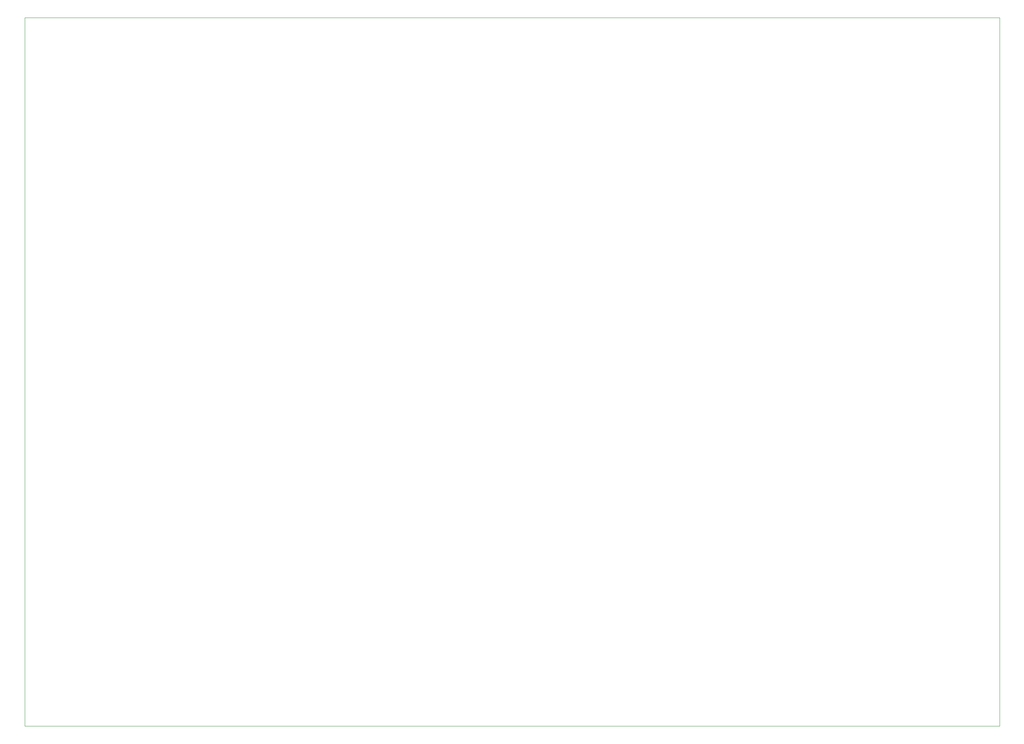
<source format=gm1>
G04 #@! TF.GenerationSoftware,KiCad,Pcbnew,7.0.1*
G04 #@! TF.CreationDate,2023-05-12T07:13:37+02:00*
G04 #@! TF.ProjectId,K_Aries,4b5f4172-6965-4732-9e6b-696361645f70,rev?*
G04 #@! TF.SameCoordinates,Original*
G04 #@! TF.FileFunction,Profile,NP*
%FSLAX46Y46*%
G04 Gerber Fmt 4.6, Leading zero omitted, Abs format (unit mm)*
G04 Created by KiCad (PCBNEW 7.0.1) date 2023-05-12 07:13:37*
%MOMM*%
%LPD*%
G01*
G04 APERTURE LIST*
G04 #@! TA.AperFunction,Profile*
%ADD10C,0.100000*%
G04 #@! TD*
G04 APERTURE END LIST*
D10*
X105000000Y-55000000D02*
X325000000Y-55000000D01*
X105000000Y-215000000D02*
X105000000Y-55000000D01*
X325000000Y-55000000D02*
X325000000Y-215000000D01*
X325000000Y-215000000D02*
X105000000Y-215000000D01*
M02*

</source>
